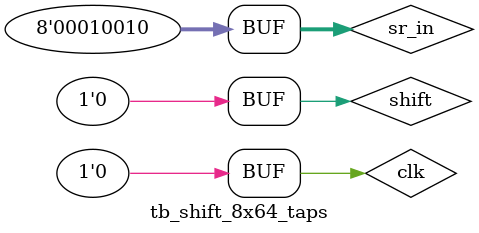
<source format=v>
module tb_shift_8x64_taps();

reg clk;
reg shift;
wire [7:0] sr_in;
wire [7:0] sr_tap_one, sr_tap_two, sr_tap_three, sr_out;

integer i;

initial begin
    #10; // delay for setup
    clk = 0;
    shift = 0;
    sr_in = 8'h12; // initial input value
    
    repeat(5) begin
        #20; // clock period
        clk = ~clk; // toggle clock
    end
    
    #10; // delay after clock toggling
    
    shift = 1; // trigger shift operation
    repeat(3) begin
        #20; // clock period
        clk = ~clk; // toggle clock
    end
    
    shift = 0; // reset shift operation
    
    #10; // delay after shift operation
    
    $monitor($time, "sr_in: %h", sr_in,
             "sr_tap_one: %h", sr_tap_one,
             "sr_tap_two: %h", sr_tap_two,
             "sr_tap_three: %h", sr_tap_three,
             "sr_out: %h", sr_out);
    
    $display("Simulation complete");
end

endmodule
</source>
